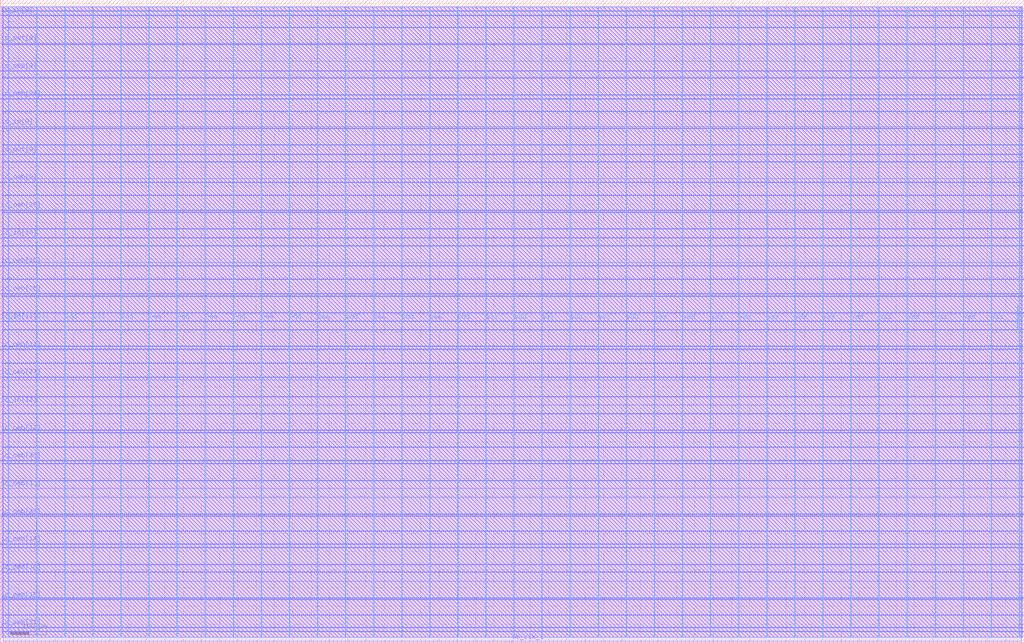
<source format=lef>
VERSION 5.7 ;
  NOWIREEXTENSIONATPIN ON ;
  DIVIDERCHAR "/" ;
  BUSBITCHARS "[]" ;
MACRO ADC_LogiCompilation
  CLASS BLOCK ;
  FOREIGN ADC_LogiCompilation ;
  ORIGIN 0.000 0.000 ;
  SIZE 2800.000 BY 1760.000 ;
  PIN io_in[0]
    DIRECTION INPUT ;
    USE SIGNAL ;
    ANTENNAGATEAREA 1.102000 ;
    ANTENNADIFFAREA 0.410400 ;
    PORT
      LAYER Metal3 ;
        RECT 2796.000 30.240 2800.000 30.800 ;
    END
  END io_in[0]
  PIN io_in[10]
    DIRECTION INPUT ;
    USE SIGNAL ;
    ANTENNAGATEAREA 3.555000 ;
    ANTENNADIFFAREA 0.410400 ;
    PORT
      LAYER Metal3 ;
        RECT 0.000 1107.680 4.000 1108.240 ;
    END
  END io_in[10]
  PIN io_in[11]
    DIRECTION INPUT ;
    USE SIGNAL ;
    ANTENNAGATEAREA 3.555000 ;
    ANTENNADIFFAREA 0.410400 ;
    PORT
      LAYER Metal3 ;
        RECT 0.000 879.200 4.000 879.760 ;
    END
  END io_in[11]
  PIN io_in[12]
    DIRECTION INPUT ;
    USE SIGNAL ;
    ANTENNAGATEAREA 3.555000 ;
    ANTENNADIFFAREA 0.410400 ;
    PORT
      LAYER Metal3 ;
        RECT 0.000 650.720 4.000 651.280 ;
    END
  END io_in[12]
  PIN io_in[1]
    DIRECTION INPUT ;
    USE SIGNAL ;
    ANTENNAGATEAREA 1.183000 ;
    ANTENNADIFFAREA 0.410400 ;
    PORT
      LAYER Metal3 ;
        RECT 2796.000 259.840 2800.000 260.400 ;
    END
  END io_in[1]
  PIN io_in[2]
    DIRECTION INPUT ;
    USE SIGNAL ;
    ANTENNAGATEAREA 1.102000 ;
    ANTENNADIFFAREA 0.410400 ;
    PORT
      LAYER Metal3 ;
        RECT 2796.000 489.440 2800.000 490.000 ;
    END
  END io_in[2]
  PIN io_in[3]
    DIRECTION INPUT ;
    USE SIGNAL ;
    ANTENNAGATEAREA 0.498500 ;
    ANTENNADIFFAREA 0.410400 ;
    PORT
      LAYER Metal3 ;
        RECT 2796.000 719.040 2800.000 719.600 ;
    END
  END io_in[3]
  PIN io_in[4]
    DIRECTION INPUT ;
    USE SIGNAL ;
    ANTENNAGATEAREA 0.741000 ;
    ANTENNADIFFAREA 0.410400 ;
    PORT
      LAYER Metal3 ;
        RECT 2796.000 948.640 2800.000 949.200 ;
    END
  END io_in[4]
  PIN io_in[5]
    DIRECTION INPUT ;
    USE SIGNAL ;
    ANTENNAGATEAREA 0.726000 ;
    ANTENNADIFFAREA 0.410400 ;
    PORT
      LAYER Metal3 ;
        RECT 2796.000 1178.240 2800.000 1178.800 ;
    END
  END io_in[5]
  PIN io_in[6]
    DIRECTION INPUT ;
    USE SIGNAL ;
    ANTENNAGATEAREA 1.102000 ;
    ANTENNADIFFAREA 0.410400 ;
    PORT
      LAYER Metal3 ;
        RECT 2796.000 1407.840 2800.000 1408.400 ;
    END
  END io_in[6]
  PIN io_in[7]
    DIRECTION INPUT ;
    USE SIGNAL ;
    PORT
      LAYER Metal3 ;
        RECT 2796.000 1591.520 2800.000 1592.080 ;
    END
  END io_in[7]
  PIN io_in[8]
    DIRECTION INPUT ;
    USE SIGNAL ;
    PORT
      LAYER Metal3 ;
        RECT 0.000 1716.960 4.000 1717.520 ;
    END
  END io_in[8]
  PIN io_in[9]
    DIRECTION INPUT ;
    USE SIGNAL ;
    PORT
      LAYER Metal3 ;
        RECT 0.000 1412.320 4.000 1412.880 ;
    END
  END io_in[9]
  PIN io_oeb[0]
    DIRECTION OUTPUT TRISTATE ;
    USE SIGNAL ;
    ANTENNADIFFAREA 0.536800 ;
    PORT
      LAYER Metal3 ;
        RECT 2796.000 122.080 2800.000 122.640 ;
    END
  END io_oeb[0]
  PIN io_oeb[10]
    DIRECTION OUTPUT TRISTATE ;
    USE SIGNAL ;
    ANTENNADIFFAREA 0.536800 ;
    PORT
      LAYER Metal3 ;
        RECT 0.000 1031.520 4.000 1032.080 ;
    END
  END io_oeb[10]
  PIN io_oeb[11]
    DIRECTION OUTPUT TRISTATE ;
    USE SIGNAL ;
    ANTENNADIFFAREA 0.536800 ;
    PORT
      LAYER Metal3 ;
        RECT 0.000 803.040 4.000 803.600 ;
    END
  END io_oeb[11]
  PIN io_oeb[12]
    DIRECTION OUTPUT TRISTATE ;
    USE SIGNAL ;
    ANTENNADIFFAREA 0.536800 ;
    PORT
      LAYER Metal3 ;
        RECT 0.000 574.560 4.000 575.120 ;
    END
  END io_oeb[12]
  PIN io_oeb[13]
    DIRECTION OUTPUT TRISTATE ;
    USE SIGNAL ;
    ANTENNADIFFAREA 0.360800 ;
    PORT
      LAYER Metal3 ;
        RECT 0.000 422.240 4.000 422.800 ;
    END
  END io_oeb[13]
  PIN io_oeb[14]
    DIRECTION OUTPUT TRISTATE ;
    USE SIGNAL ;
    ANTENNADIFFAREA 0.360800 ;
    PORT
      LAYER Metal3 ;
        RECT 0.000 269.920 4.000 270.480 ;
    END
  END io_oeb[14]
  PIN io_oeb[15]
    DIRECTION OUTPUT TRISTATE ;
    USE SIGNAL ;
    ANTENNADIFFAREA 0.360800 ;
    PORT
      LAYER Metal3 ;
        RECT 0.000 117.600 4.000 118.160 ;
    END
  END io_oeb[15]
  PIN io_oeb[16]
    DIRECTION OUTPUT TRISTATE ;
    USE SIGNAL ;
    ANTENNADIFFAREA 0.360800 ;
    PORT
      LAYER Metal3 ;
        RECT 2796.000 168.000 2800.000 168.560 ;
    END
  END io_oeb[16]
  PIN io_oeb[17]
    DIRECTION OUTPUT TRISTATE ;
    USE SIGNAL ;
    ANTENNADIFFAREA 0.360800 ;
    PORT
      LAYER Metal3 ;
        RECT 2796.000 397.600 2800.000 398.160 ;
    END
  END io_oeb[17]
  PIN io_oeb[18]
    DIRECTION OUTPUT TRISTATE ;
    USE SIGNAL ;
    ANTENNADIFFAREA 0.360800 ;
    PORT
      LAYER Metal3 ;
        RECT 2796.000 627.200 2800.000 627.760 ;
    END
  END io_oeb[18]
  PIN io_oeb[19]
    DIRECTION OUTPUT TRISTATE ;
    USE SIGNAL ;
    ANTENNADIFFAREA 0.360800 ;
    PORT
      LAYER Metal3 ;
        RECT 2796.000 856.800 2800.000 857.360 ;
    END
  END io_oeb[19]
  PIN io_oeb[1]
    DIRECTION OUTPUT TRISTATE ;
    USE SIGNAL ;
    ANTENNADIFFAREA 0.536800 ;
    PORT
      LAYER Metal3 ;
        RECT 2796.000 351.680 2800.000 352.240 ;
    END
  END io_oeb[1]
  PIN io_oeb[20]
    DIRECTION OUTPUT TRISTATE ;
    USE SIGNAL ;
    ANTENNADIFFAREA 0.360800 ;
    PORT
      LAYER Metal3 ;
        RECT 2796.000 1086.400 2800.000 1086.960 ;
    END
  END io_oeb[20]
  PIN io_oeb[21]
    DIRECTION OUTPUT TRISTATE ;
    USE SIGNAL ;
    ANTENNADIFFAREA 0.360800 ;
    PORT
      LAYER Metal3 ;
        RECT 2796.000 1316.000 2800.000 1316.560 ;
    END
  END io_oeb[21]
  PIN io_oeb[22]
    DIRECTION OUTPUT TRISTATE ;
    USE SIGNAL ;
    ANTENNADIFFAREA 0.360800 ;
    PORT
      LAYER Metal3 ;
        RECT 2796.000 1545.600 2800.000 1546.160 ;
    END
  END io_oeb[22]
  PIN io_oeb[23]
    DIRECTION OUTPUT TRISTATE ;
    USE SIGNAL ;
    ANTENNADIFFAREA 0.360800 ;
    PORT
      LAYER Metal3 ;
        RECT 2796.000 1729.280 2800.000 1729.840 ;
    END
  END io_oeb[23]
  PIN io_oeb[24]
    DIRECTION OUTPUT TRISTATE ;
    USE SIGNAL ;
    ANTENNADIFFAREA 0.360800 ;
    PORT
      LAYER Metal3 ;
        RECT 0.000 1488.480 4.000 1489.040 ;
    END
  END io_oeb[24]
  PIN io_oeb[25]
    DIRECTION OUTPUT TRISTATE ;
    USE SIGNAL ;
    ANTENNADIFFAREA 0.360800 ;
    PORT
      LAYER Metal3 ;
        RECT 0.000 1183.840 4.000 1184.400 ;
    END
  END io_oeb[25]
  PIN io_oeb[26]
    DIRECTION OUTPUT TRISTATE ;
    USE SIGNAL ;
    ANTENNADIFFAREA 0.360800 ;
    PORT
      LAYER Metal3 ;
        RECT 0.000 955.360 4.000 955.920 ;
    END
  END io_oeb[26]
  PIN io_oeb[27]
    DIRECTION OUTPUT TRISTATE ;
    USE SIGNAL ;
    ANTENNADIFFAREA 0.360800 ;
    PORT
      LAYER Metal3 ;
        RECT 0.000 726.880 4.000 727.440 ;
    END
  END io_oeb[27]
  PIN io_oeb[28]
    DIRECTION OUTPUT TRISTATE ;
    USE SIGNAL ;
    ANTENNADIFFAREA 0.360800 ;
    PORT
      LAYER Metal3 ;
        RECT 0.000 498.400 4.000 498.960 ;
    END
  END io_oeb[28]
  PIN io_oeb[29]
    DIRECTION OUTPUT TRISTATE ;
    USE SIGNAL ;
    ANTENNADIFFAREA 0.360800 ;
    PORT
      LAYER Metal3 ;
        RECT 0.000 346.080 4.000 346.640 ;
    END
  END io_oeb[29]
  PIN io_oeb[2]
    DIRECTION OUTPUT TRISTATE ;
    USE SIGNAL ;
    ANTENNADIFFAREA 0.536800 ;
    PORT
      LAYER Metal3 ;
        RECT 2796.000 581.280 2800.000 581.840 ;
    END
  END io_oeb[2]
  PIN io_oeb[30]
    DIRECTION OUTPUT TRISTATE ;
    USE SIGNAL ;
    ANTENNADIFFAREA 0.360800 ;
    PORT
      LAYER Metal3 ;
        RECT 0.000 193.760 4.000 194.320 ;
    END
  END io_oeb[30]
  PIN io_oeb[31]
    DIRECTION OUTPUT TRISTATE ;
    USE SIGNAL ;
    ANTENNADIFFAREA 0.360800 ;
    PORT
      LAYER Metal3 ;
        RECT 0.000 41.440 4.000 42.000 ;
    END
  END io_oeb[31]
  PIN io_oeb[32]
    DIRECTION OUTPUT TRISTATE ;
    USE SIGNAL ;
    ANTENNADIFFAREA 0.360800 ;
    PORT
      LAYER Metal3 ;
        RECT 2796.000 213.920 2800.000 214.480 ;
    END
  END io_oeb[32]
  PIN io_oeb[33]
    DIRECTION OUTPUT TRISTATE ;
    USE SIGNAL ;
    ANTENNADIFFAREA 0.360800 ;
    PORT
      LAYER Metal3 ;
        RECT 2796.000 443.520 2800.000 444.080 ;
    END
  END io_oeb[33]
  PIN io_oeb[34]
    DIRECTION OUTPUT TRISTATE ;
    USE SIGNAL ;
    ANTENNADIFFAREA 0.360800 ;
    PORT
      LAYER Metal3 ;
        RECT 2796.000 673.120 2800.000 673.680 ;
    END
  END io_oeb[34]
  PIN io_oeb[35]
    DIRECTION OUTPUT TRISTATE ;
    USE SIGNAL ;
    ANTENNADIFFAREA 0.360800 ;
    PORT
      LAYER Metal3 ;
        RECT 2796.000 902.720 2800.000 903.280 ;
    END
  END io_oeb[35]
  PIN io_oeb[36]
    DIRECTION OUTPUT TRISTATE ;
    USE SIGNAL ;
    ANTENNADIFFAREA 0.360800 ;
    PORT
      LAYER Metal3 ;
        RECT 2796.000 1132.320 2800.000 1132.880 ;
    END
  END io_oeb[36]
  PIN io_oeb[37]
    DIRECTION OUTPUT TRISTATE ;
    USE SIGNAL ;
    ANTENNADIFFAREA 0.360800 ;
    PORT
      LAYER Metal3 ;
        RECT 2796.000 1361.920 2800.000 1362.480 ;
    END
  END io_oeb[37]
  PIN io_oeb[3]
    DIRECTION OUTPUT TRISTATE ;
    USE SIGNAL ;
    ANTENNADIFFAREA 0.536800 ;
    PORT
      LAYER Metal3 ;
        RECT 2796.000 810.880 2800.000 811.440 ;
    END
  END io_oeb[3]
  PIN io_oeb[4]
    DIRECTION OUTPUT TRISTATE ;
    USE SIGNAL ;
    ANTENNADIFFAREA 0.536800 ;
    PORT
      LAYER Metal3 ;
        RECT 2796.000 1040.480 2800.000 1041.040 ;
    END
  END io_oeb[4]
  PIN io_oeb[5]
    DIRECTION OUTPUT TRISTATE ;
    USE SIGNAL ;
    ANTENNADIFFAREA 0.536800 ;
    PORT
      LAYER Metal3 ;
        RECT 2796.000 1270.080 2800.000 1270.640 ;
    END
  END io_oeb[5]
  PIN io_oeb[6]
    DIRECTION OUTPUT TRISTATE ;
    USE SIGNAL ;
    ANTENNADIFFAREA 0.536800 ;
    PORT
      LAYER Metal3 ;
        RECT 2796.000 1499.680 2800.000 1500.240 ;
    END
  END io_oeb[6]
  PIN io_oeb[7]
    DIRECTION OUTPUT TRISTATE ;
    USE SIGNAL ;
    ANTENNADIFFAREA 0.536800 ;
    PORT
      LAYER Metal3 ;
        RECT 2796.000 1683.360 2800.000 1683.920 ;
    END
  END io_oeb[7]
  PIN io_oeb[8]
    DIRECTION OUTPUT TRISTATE ;
    USE SIGNAL ;
    ANTENNADIFFAREA 0.536800 ;
    PORT
      LAYER Metal3 ;
        RECT 0.000 1564.640 4.000 1565.200 ;
    END
  END io_oeb[8]
  PIN io_oeb[9]
    DIRECTION OUTPUT TRISTATE ;
    USE SIGNAL ;
    ANTENNADIFFAREA 0.536800 ;
    PORT
      LAYER Metal3 ;
        RECT 0.000 1260.000 4.000 1260.560 ;
    END
  END io_oeb[9]
  PIN io_out[0]
    DIRECTION OUTPUT TRISTATE ;
    USE SIGNAL ;
    ANTENNADIFFAREA 4.731200 ;
    PORT
      LAYER Metal3 ;
        RECT 2796.000 76.160 2800.000 76.720 ;
    END
  END io_out[0]
  PIN io_out[1]
    DIRECTION OUTPUT TRISTATE ;
    USE SIGNAL ;
    ANTENNADIFFAREA 4.731200 ;
    PORT
      LAYER Metal3 ;
        RECT 2796.000 305.760 2800.000 306.320 ;
    END
  END io_out[1]
  PIN io_out[2]
    DIRECTION OUTPUT TRISTATE ;
    USE SIGNAL ;
    ANTENNADIFFAREA 4.731200 ;
    PORT
      LAYER Metal3 ;
        RECT 2796.000 535.360 2800.000 535.920 ;
    END
  END io_out[2]
  PIN io_out[3]
    DIRECTION OUTPUT TRISTATE ;
    USE SIGNAL ;
    ANTENNADIFFAREA 4.731200 ;
    PORT
      LAYER Metal3 ;
        RECT 2796.000 764.960 2800.000 765.520 ;
    END
  END io_out[3]
  PIN io_out[4]
    DIRECTION OUTPUT TRISTATE ;
    USE SIGNAL ;
    ANTENNADIFFAREA 4.731200 ;
    PORT
      LAYER Metal3 ;
        RECT 2796.000 994.560 2800.000 995.120 ;
    END
  END io_out[4]
  PIN io_out[5]
    DIRECTION OUTPUT TRISTATE ;
    USE SIGNAL ;
    ANTENNADIFFAREA 4.731200 ;
    PORT
      LAYER Metal3 ;
        RECT 2796.000 1224.160 2800.000 1224.720 ;
    END
  END io_out[5]
  PIN io_out[6]
    DIRECTION OUTPUT TRISTATE ;
    USE SIGNAL ;
    ANTENNADIFFAREA 4.731200 ;
    PORT
      LAYER Metal3 ;
        RECT 2796.000 1453.760 2800.000 1454.320 ;
    END
  END io_out[6]
  PIN io_out[7]
    DIRECTION OUTPUT TRISTATE ;
    USE SIGNAL ;
    ANTENNADIFFAREA 4.731200 ;
    PORT
      LAYER Metal3 ;
        RECT 2796.000 1637.440 2800.000 1638.000 ;
    END
  END io_out[7]
  PIN io_out[8]
    DIRECTION OUTPUT TRISTATE ;
    USE SIGNAL ;
    ANTENNADIFFAREA 4.731200 ;
    PORT
      LAYER Metal3 ;
        RECT 0.000 1640.800 4.000 1641.360 ;
    END
  END io_out[8]
  PIN io_out[9]
    DIRECTION OUTPUT TRISTATE ;
    USE SIGNAL ;
    ANTENNADIFFAREA 4.731200 ;
    PORT
      LAYER Metal3 ;
        RECT 0.000 1336.160 4.000 1336.720 ;
    END
  END io_out[9]
  PIN vdd
    DIRECTION INOUT ;
    USE POWER ;
    PORT
      LAYER Metal4 ;
        RECT 22.240 15.380 23.840 1740.780 ;
    END
    PORT
      LAYER Metal4 ;
        RECT 175.840 15.380 177.440 1740.780 ;
    END
    PORT
      LAYER Metal4 ;
        RECT 329.440 15.380 331.040 1740.780 ;
    END
    PORT
      LAYER Metal4 ;
        RECT 483.040 15.380 484.640 1740.780 ;
    END
    PORT
      LAYER Metal4 ;
        RECT 636.640 15.380 638.240 1740.780 ;
    END
    PORT
      LAYER Metal4 ;
        RECT 790.240 15.380 791.840 1740.780 ;
    END
    PORT
      LAYER Metal4 ;
        RECT 943.840 15.380 945.440 1740.780 ;
    END
    PORT
      LAYER Metal4 ;
        RECT 1097.440 15.380 1099.040 1740.780 ;
    END
    PORT
      LAYER Metal4 ;
        RECT 1251.040 15.380 1252.640 1740.780 ;
    END
    PORT
      LAYER Metal4 ;
        RECT 1404.640 15.380 1406.240 1740.780 ;
    END
    PORT
      LAYER Metal4 ;
        RECT 1558.240 15.380 1559.840 1740.780 ;
    END
    PORT
      LAYER Metal4 ;
        RECT 1711.840 15.380 1713.440 1740.780 ;
    END
    PORT
      LAYER Metal4 ;
        RECT 1865.440 15.380 1867.040 1740.780 ;
    END
    PORT
      LAYER Metal4 ;
        RECT 2019.040 15.380 2020.640 1740.780 ;
    END
    PORT
      LAYER Metal4 ;
        RECT 2172.640 15.380 2174.240 1740.780 ;
    END
    PORT
      LAYER Metal4 ;
        RECT 2326.240 15.380 2327.840 1740.780 ;
    END
    PORT
      LAYER Metal4 ;
        RECT 2479.840 15.380 2481.440 1740.780 ;
    END
    PORT
      LAYER Metal4 ;
        RECT 2633.440 15.380 2635.040 1740.780 ;
    END
    PORT
      LAYER Metal4 ;
        RECT 2787.040 15.380 2788.640 1740.780 ;
    END
  END vdd
  PIN vss
    DIRECTION INOUT ;
    USE GROUND ;
    PORT
      LAYER Metal4 ;
        RECT 99.040 15.380 100.640 1740.780 ;
    END
    PORT
      LAYER Metal4 ;
        RECT 252.640 15.380 254.240 1740.780 ;
    END
    PORT
      LAYER Metal4 ;
        RECT 406.240 15.380 407.840 1740.780 ;
    END
    PORT
      LAYER Metal4 ;
        RECT 559.840 15.380 561.440 1740.780 ;
    END
    PORT
      LAYER Metal4 ;
        RECT 713.440 15.380 715.040 1740.780 ;
    END
    PORT
      LAYER Metal4 ;
        RECT 867.040 15.380 868.640 1740.780 ;
    END
    PORT
      LAYER Metal4 ;
        RECT 1020.640 15.380 1022.240 1740.780 ;
    END
    PORT
      LAYER Metal4 ;
        RECT 1174.240 15.380 1175.840 1740.780 ;
    END
    PORT
      LAYER Metal4 ;
        RECT 1327.840 15.380 1329.440 1740.780 ;
    END
    PORT
      LAYER Metal4 ;
        RECT 1481.440 15.380 1483.040 1740.780 ;
    END
    PORT
      LAYER Metal4 ;
        RECT 1635.040 15.380 1636.640 1740.780 ;
    END
    PORT
      LAYER Metal4 ;
        RECT 1788.640 15.380 1790.240 1740.780 ;
    END
    PORT
      LAYER Metal4 ;
        RECT 1942.240 15.380 1943.840 1740.780 ;
    END
    PORT
      LAYER Metal4 ;
        RECT 2095.840 15.380 2097.440 1740.780 ;
    END
    PORT
      LAYER Metal4 ;
        RECT 2249.440 15.380 2251.040 1740.780 ;
    END
    PORT
      LAYER Metal4 ;
        RECT 2403.040 15.380 2404.640 1740.780 ;
    END
    PORT
      LAYER Metal4 ;
        RECT 2556.640 15.380 2558.240 1740.780 ;
    END
    PORT
      LAYER Metal4 ;
        RECT 2710.240 15.380 2711.840 1740.780 ;
    END
  END vss
  PIN wb_clk_i
    DIRECTION INPUT ;
    USE SIGNAL ;
    ANTENNAGATEAREA 4.738000 ;
    ANTENNADIFFAREA 0.410400 ;
    PORT
      LAYER Metal2 ;
        RECT 1398.880 0.000 1399.440 4.000 ;
    END
  END wb_clk_i
  OBS
      LAYER Metal1 ;
        RECT 6.720 15.380 2793.280 1740.780 ;
      LAYER Metal2 ;
        RECT 8.540 4.300 2792.020 1740.670 ;
        RECT 8.540 4.000 1398.580 4.300 ;
        RECT 1399.740 4.000 2792.020 4.300 ;
      LAYER Metal3 ;
        RECT 4.000 1730.140 2796.500 1740.620 ;
        RECT 4.000 1728.980 2795.700 1730.140 ;
        RECT 4.000 1717.820 2796.500 1728.980 ;
        RECT 4.300 1716.660 2796.500 1717.820 ;
        RECT 4.000 1684.220 2796.500 1716.660 ;
        RECT 4.000 1683.060 2795.700 1684.220 ;
        RECT 4.000 1641.660 2796.500 1683.060 ;
        RECT 4.300 1640.500 2796.500 1641.660 ;
        RECT 4.000 1638.300 2796.500 1640.500 ;
        RECT 4.000 1637.140 2795.700 1638.300 ;
        RECT 4.000 1592.380 2796.500 1637.140 ;
        RECT 4.000 1591.220 2795.700 1592.380 ;
        RECT 4.000 1565.500 2796.500 1591.220 ;
        RECT 4.300 1564.340 2796.500 1565.500 ;
        RECT 4.000 1546.460 2796.500 1564.340 ;
        RECT 4.000 1545.300 2795.700 1546.460 ;
        RECT 4.000 1500.540 2796.500 1545.300 ;
        RECT 4.000 1499.380 2795.700 1500.540 ;
        RECT 4.000 1489.340 2796.500 1499.380 ;
        RECT 4.300 1488.180 2796.500 1489.340 ;
        RECT 4.000 1454.620 2796.500 1488.180 ;
        RECT 4.000 1453.460 2795.700 1454.620 ;
        RECT 4.000 1413.180 2796.500 1453.460 ;
        RECT 4.300 1412.020 2796.500 1413.180 ;
        RECT 4.000 1408.700 2796.500 1412.020 ;
        RECT 4.000 1407.540 2795.700 1408.700 ;
        RECT 4.000 1362.780 2796.500 1407.540 ;
        RECT 4.000 1361.620 2795.700 1362.780 ;
        RECT 4.000 1337.020 2796.500 1361.620 ;
        RECT 4.300 1335.860 2796.500 1337.020 ;
        RECT 4.000 1316.860 2796.500 1335.860 ;
        RECT 4.000 1315.700 2795.700 1316.860 ;
        RECT 4.000 1270.940 2796.500 1315.700 ;
        RECT 4.000 1269.780 2795.700 1270.940 ;
        RECT 4.000 1260.860 2796.500 1269.780 ;
        RECT 4.300 1259.700 2796.500 1260.860 ;
        RECT 4.000 1225.020 2796.500 1259.700 ;
        RECT 4.000 1223.860 2795.700 1225.020 ;
        RECT 4.000 1184.700 2796.500 1223.860 ;
        RECT 4.300 1183.540 2796.500 1184.700 ;
        RECT 4.000 1179.100 2796.500 1183.540 ;
        RECT 4.000 1177.940 2795.700 1179.100 ;
        RECT 4.000 1133.180 2796.500 1177.940 ;
        RECT 4.000 1132.020 2795.700 1133.180 ;
        RECT 4.000 1108.540 2796.500 1132.020 ;
        RECT 4.300 1107.380 2796.500 1108.540 ;
        RECT 4.000 1087.260 2796.500 1107.380 ;
        RECT 4.000 1086.100 2795.700 1087.260 ;
        RECT 4.000 1041.340 2796.500 1086.100 ;
        RECT 4.000 1040.180 2795.700 1041.340 ;
        RECT 4.000 1032.380 2796.500 1040.180 ;
        RECT 4.300 1031.220 2796.500 1032.380 ;
        RECT 4.000 995.420 2796.500 1031.220 ;
        RECT 4.000 994.260 2795.700 995.420 ;
        RECT 4.000 956.220 2796.500 994.260 ;
        RECT 4.300 955.060 2796.500 956.220 ;
        RECT 4.000 949.500 2796.500 955.060 ;
        RECT 4.000 948.340 2795.700 949.500 ;
        RECT 4.000 903.580 2796.500 948.340 ;
        RECT 4.000 902.420 2795.700 903.580 ;
        RECT 4.000 880.060 2796.500 902.420 ;
        RECT 4.300 878.900 2796.500 880.060 ;
        RECT 4.000 857.660 2796.500 878.900 ;
        RECT 4.000 856.500 2795.700 857.660 ;
        RECT 4.000 811.740 2796.500 856.500 ;
        RECT 4.000 810.580 2795.700 811.740 ;
        RECT 4.000 803.900 2796.500 810.580 ;
        RECT 4.300 802.740 2796.500 803.900 ;
        RECT 4.000 765.820 2796.500 802.740 ;
        RECT 4.000 764.660 2795.700 765.820 ;
        RECT 4.000 727.740 2796.500 764.660 ;
        RECT 4.300 726.580 2796.500 727.740 ;
        RECT 4.000 719.900 2796.500 726.580 ;
        RECT 4.000 718.740 2795.700 719.900 ;
        RECT 4.000 673.980 2796.500 718.740 ;
        RECT 4.000 672.820 2795.700 673.980 ;
        RECT 4.000 651.580 2796.500 672.820 ;
        RECT 4.300 650.420 2796.500 651.580 ;
        RECT 4.000 628.060 2796.500 650.420 ;
        RECT 4.000 626.900 2795.700 628.060 ;
        RECT 4.000 582.140 2796.500 626.900 ;
        RECT 4.000 580.980 2795.700 582.140 ;
        RECT 4.000 575.420 2796.500 580.980 ;
        RECT 4.300 574.260 2796.500 575.420 ;
        RECT 4.000 536.220 2796.500 574.260 ;
        RECT 4.000 535.060 2795.700 536.220 ;
        RECT 4.000 499.260 2796.500 535.060 ;
        RECT 4.300 498.100 2796.500 499.260 ;
        RECT 4.000 490.300 2796.500 498.100 ;
        RECT 4.000 489.140 2795.700 490.300 ;
        RECT 4.000 444.380 2796.500 489.140 ;
        RECT 4.000 443.220 2795.700 444.380 ;
        RECT 4.000 423.100 2796.500 443.220 ;
        RECT 4.300 421.940 2796.500 423.100 ;
        RECT 4.000 398.460 2796.500 421.940 ;
        RECT 4.000 397.300 2795.700 398.460 ;
        RECT 4.000 352.540 2796.500 397.300 ;
        RECT 4.000 351.380 2795.700 352.540 ;
        RECT 4.000 346.940 2796.500 351.380 ;
        RECT 4.300 345.780 2796.500 346.940 ;
        RECT 4.000 306.620 2796.500 345.780 ;
        RECT 4.000 305.460 2795.700 306.620 ;
        RECT 4.000 270.780 2796.500 305.460 ;
        RECT 4.300 269.620 2796.500 270.780 ;
        RECT 4.000 260.700 2796.500 269.620 ;
        RECT 4.000 259.540 2795.700 260.700 ;
        RECT 4.000 214.780 2796.500 259.540 ;
        RECT 4.000 213.620 2795.700 214.780 ;
        RECT 4.000 194.620 2796.500 213.620 ;
        RECT 4.300 193.460 2796.500 194.620 ;
        RECT 4.000 168.860 2796.500 193.460 ;
        RECT 4.000 167.700 2795.700 168.860 ;
        RECT 4.000 122.940 2796.500 167.700 ;
        RECT 4.000 121.780 2795.700 122.940 ;
        RECT 4.000 118.460 2796.500 121.780 ;
        RECT 4.300 117.300 2796.500 118.460 ;
        RECT 4.000 77.020 2796.500 117.300 ;
        RECT 4.000 75.860 2795.700 77.020 ;
        RECT 4.000 42.300 2796.500 75.860 ;
        RECT 4.300 41.140 2796.500 42.300 ;
        RECT 4.000 31.100 2796.500 41.140 ;
        RECT 4.000 29.940 2795.700 31.100 ;
        RECT 4.000 15.540 2796.500 29.940 ;
      LAYER Metal4 ;
        RECT 2781.100 860.250 2784.740 922.230 ;
  END
END ADC_LogiCompilation
END LIBRARY


</source>
